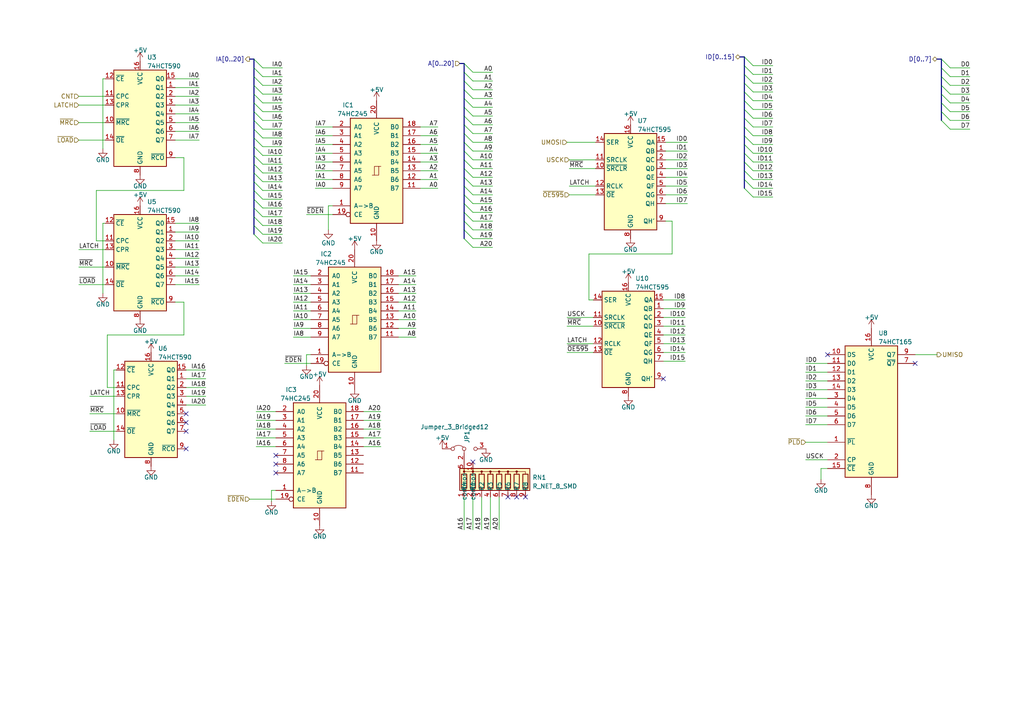
<source format=kicad_sch>
(kicad_sch (version 20211123) (generator eeschema)
  (paper "A4")
  (title_block (date "2023-02-03") (rev "v2.0") (company "100% Offner") (comment 1 "v2.0: Redesign with SRAM for Address Select"))
  (lib_symbols
    (symbol "+5V_11" (power) (pin_names (offset 0))
      (property "Value" "+5V_11" (at 0 3.556 0))
      (symbol "+5V_11_0_1"
        (polyline (pts (xy -0.762 1.27) (xy 0 2.54)))
        (polyline (pts (xy 0 0) (xy 0 2.54)))
        (polyline (pts (xy 0 2.54) (xy 0.762 1.27)))
      )
      (symbol "+5V_11_1_1"
        (pin power_in line (at 0 0 90) (length 0) hide (name "+5V") (number "1"))
      )
    )
    (symbol "+5V_12" (power) (pin_names (offset 0))
      (property "Value" "+5V_12" (at 0 3.556 0))
      (symbol "+5V_12_0_1"
        (polyline (pts (xy -0.762 1.27) (xy 0 2.54)))
        (polyline (pts (xy 0 0) (xy 0 2.54)))
        (polyline (pts (xy 0 2.54) (xy 0.762 1.27)))
      )
      (symbol "+5V_12_1_1"
        (pin power_in line (at 0 0 90) (length 0) hide (name "+5V") (number "1"))
      )
    )
    (symbol "74xx:74HC165"
      (property "Reference" "U" (at -7.62 19.05 0))
      (property "Value" "74HC165" (at -7.62 -21.59 0))
      (symbol "74HC165_1_0"
        (pin input line (at -12.7 -10.16 0) (length 5.08) (name "~{PL}") (number "1"))
        (pin input line (at -12.7 15.24 0) (length 5.08) (name "DS") (number "10"))
        (pin input line (at -12.7 12.7 0) (length 5.08) (name "D0") (number "11"))
        (pin input line (at -12.7 10.16 0) (length 5.08) (name "D1") (number "12"))
        (pin input line (at -12.7 7.62 0) (length 5.08) (name "D2") (number "13"))
        (pin input line (at -12.7 5.08 0) (length 5.08) (name "D3") (number "14"))
        (pin input line (at -12.7 -17.78 0) (length 5.08) (name "~{CE}") (number "15"))
        (pin power_in line (at 0 22.86 270) (length 5.08) (name "VCC") (number "16"))
        (pin input line (at -12.7 -15.24 0) (length 5.08) (name "CP") (number "2"))
        (pin input line (at -12.7 2.54 0) (length 5.08) (name "D4") (number "3"))
        (pin input line (at -12.7 0 0) (length 5.08) (name "D5") (number "4"))
        (pin input line (at -12.7 -2.54 0) (length 5.08) (name "D6") (number "5"))
        (pin input line (at -12.7 -5.08 0) (length 5.08) (name "D7") (number "6"))
        (pin output line (at 12.7 12.7 180) (length 5.08) (name "~{Q7}") (number "7"))
        (pin power_in line (at 0 -25.4 90) (length 5.08) (name "GND") (number "8"))
        (pin output line (at 12.7 15.24 180) (length 5.08) (name "Q7") (number "9"))
      )
      (symbol "74HC165_1_1"
        (rectangle (start -7.62 17.78) (end 7.62 -20.32) (stroke (width 0.254)) (fill (type background)))
      )
    )
    (symbol "74xx:74HC595"
      (property "Reference" "U" (at -7.62 13.97 0))
      (property "Value" "74HC595" (at -7.62 -16.51 0))
      (symbol "74HC595_1_0"
        (pin tri_state line (at 10.16 7.62 180) (length 2.54) (name "QB") (number "1"))
        (pin input line (at -10.16 2.54 0) (length 2.54) (name "~{SRCLR}") (number "10"))
        (pin input line (at -10.16 5.08 0) (length 2.54) (name "SRCLK") (number "11"))
        (pin input line (at -10.16 -2.54 0) (length 2.54) (name "RCLK") (number "12"))
        (pin input line (at -10.16 -5.08 0) (length 2.54) (name "~{OE}") (number "13"))
        (pin input line (at -10.16 10.16 0) (length 2.54) (name "SER") (number "14"))
        (pin tri_state line (at 10.16 10.16 180) (length 2.54) (name "QA") (number "15"))
        (pin power_in line (at 0 15.24 270) (length 2.54) (name "VCC") (number "16"))
        (pin tri_state line (at 10.16 5.08 180) (length 2.54) (name "QC") (number "2"))
        (pin tri_state line (at 10.16 2.54 180) (length 2.54) (name "QD") (number "3"))
        (pin tri_state line (at 10.16 0 180) (length 2.54) (name "QE") (number "4"))
        (pin tri_state line (at 10.16 -2.54 180) (length 2.54) (name "QF") (number "5"))
        (pin tri_state line (at 10.16 -5.08 180) (length 2.54) (name "QG") (number "6"))
        (pin tri_state line (at 10.16 -7.62 180) (length 2.54) (name "QH") (number "7"))
        (pin power_in line (at 0 -17.78 90) (length 2.54) (name "GND") (number "8"))
        (pin output line (at 10.16 -12.7 180) (length 2.54) (name "QH'") (number "9"))
      )
      (symbol "74HC595_1_1"
        (rectangle (start -7.62 12.7) (end 7.62 -15.24) (stroke (width 0.254)) (fill (type background)))
      )
    )
    (symbol "74xx:74LS245" (pin_names (offset 1.016))
      (property "Reference" "U" (at -7.62 16.51 0))
      (property "Value" "74LS245" (at -7.62 -16.51 0))
      (symbol "74LS245_1_0"
        (polyline (pts (xy -0.635 -1.27) (xy -0.635 1.27) (xy 0.635 1.27)))
        (polyline (pts (xy -1.27 -1.27) (xy 0.635 -1.27) (xy 0.635 1.27) (xy 1.27 1.27)))
        (pin input line (at -12.7 -10.16 0) (length 5.08) (name "A->B") (number "1"))
        (pin power_in line (at 0 -20.32 90) (length 5.08) (name "GND") (number "10"))
        (pin tri_state line (at 12.7 -5.08 180) (length 5.08) (name "B7") (number "11"))
        (pin tri_state line (at 12.7 -2.54 180) (length 5.08) (name "B6") (number "12"))
        (pin tri_state line (at 12.7 0 180) (length 5.08) (name "B5") (number "13"))
        (pin tri_state line (at 12.7 2.54 180) (length 5.08) (name "B4") (number "14"))
        (pin tri_state line (at 12.7 5.08 180) (length 5.08) (name "B3") (number "15"))
        (pin tri_state line (at 12.7 7.62 180) (length 5.08) (name "B2") (number "16"))
        (pin tri_state line (at 12.7 10.16 180) (length 5.08) (name "B1") (number "17"))
        (pin tri_state line (at 12.7 12.7 180) (length 5.08) (name "B0") (number "18"))
        (pin input inverted (at -12.7 -12.7 0) (length 5.08) (name "CE") (number "19"))
        (pin tri_state line (at -12.7 12.7 0) (length 5.08) (name "A0") (number "2"))
        (pin power_in line (at 0 20.32 270) (length 5.08) (name "VCC") (number "20"))
        (pin tri_state line (at -12.7 10.16 0) (length 5.08) (name "A1") (number "3"))
        (pin tri_state line (at -12.7 7.62 0) (length 5.08) (name "A2") (number "4"))
        (pin tri_state line (at -12.7 5.08 0) (length 5.08) (name "A3") (number "5"))
        (pin tri_state line (at -12.7 2.54 0) (length 5.08) (name "A4") (number "6"))
        (pin tri_state line (at -12.7 0 0) (length 5.08) (name "A5") (number "7"))
        (pin tri_state line (at -12.7 -2.54 0) (length 5.08) (name "A6") (number "8"))
        (pin tri_state line (at -12.7 -5.08 0) (length 5.08) (name "A7") (number "9"))
      )
      (symbol "74LS245_1_1"
        (rectangle (start -7.62 15.24) (end 7.62 -15.24) (stroke (width 0.254)) (fill (type background)))
      )
    )
    (symbol "74xx:74LS590"
      (property "Reference" "U" (at -7.62 16.51 0))
      (property "Value" "74LS590" (at -7.62 -13.97 0))
      (symbol "74LS590_1_0"
        (pin tri_state line (at 10.16 10.16 180) (length 2.54) (name "Q1") (number "1"))
        (pin input line (at -10.16 0 0) (length 2.54) (name "~{MRC}") (number "10"))
        (pin input line (at -10.16 7.62 0) (length 2.54) (name "CPC") (number "11"))
        (pin input line (at -10.16 12.7 0) (length 2.54) (name "~{CE}") (number "12"))
        (pin input line (at -10.16 5.08 0) (length 2.54) (name "CPR") (number "13"))
        (pin input line (at -10.16 -5.08 0) (length 2.54) (name "~{OE}") (number "14"))
        (pin tri_state line (at 10.16 12.7 180) (length 2.54) (name "Q0") (number "15"))
        (pin power_in line (at 0 17.78 270) (length 2.54) (name "VCC") (number "16"))
        (pin tri_state line (at 10.16 7.62 180) (length 2.54) (name "Q2") (number "2"))
        (pin tri_state line (at 10.16 5.08 180) (length 2.54) (name "Q3") (number "3"))
        (pin tri_state line (at 10.16 2.54 180) (length 2.54) (name "Q4") (number "4"))
        (pin tri_state line (at 10.16 0 180) (length 2.54) (name "Q5") (number "5"))
        (pin tri_state line (at 10.16 -2.54 180) (length 2.54) (name "Q6") (number "6"))
        (pin tri_state line (at 10.16 -5.08 180) (length 2.54) (name "Q7") (number "7"))
        (pin power_in line (at 0 -15.24 90) (length 2.54) (name "GND") (number "8"))
        (pin output line (at 10.16 -10.16 180) (length 2.54) (name "~{RCO}") (number "9"))
      )
      (symbol "74LS590_1_1"
        (rectangle (start -7.62 15.24) (end 7.62 -12.7) (stroke (width 0.254)) (fill (type background)))
      )
    )
    (symbol "GND_19" (power) (pin_names (offset 0))
      (property "Value" "GND_19" (at 0 -3.81 0))
      (symbol "GND_19_0_1"
        (polyline (pts (xy 0 0) (xy 0 -1.27) (xy 1.27 -1.27) (xy 0 -2.54) (xy -1.27 -1.27) (xy 0 -1.27)))
      )
      (symbol "GND_19_1_1"
        (pin power_in line (at 0 0 270) (length 0) hide (name "GND") (number "1"))
      )
    )
    (symbol "GND_20" (power) (pin_names (offset 0))
      (property "Value" "GND_20" (at 0 -3.81 0))
      (symbol "GND_20_0_1"
        (polyline (pts (xy 0 0) (xy 0 -1.27) (xy 1.27 -1.27) (xy 0 -2.54) (xy -1.27 -1.27) (xy 0 -1.27)))
      )
      (symbol "GND_20_1_1"
        (pin power_in line (at 0 0 270) (length 0) hide (name "GND") (number "1"))
      )
    )
    (symbol "GND_7" (power) (pin_names (offset 0))
      (property "Value" "GND_7" (at 0 -3.81 0))
      (symbol "GND_7_0_1"
        (polyline (pts (xy 0 0) (xy 0 -1.27) (xy 1.27 -1.27) (xy 0 -2.54) (xy -1.27 -1.27) (xy 0 -1.27)))
      )
      (symbol "GND_7_1_1"
        (pin power_in line (at 0 0 270) (length 0) hide (name "GND") (number "1"))
      )
    )
    (symbol "Jumper:Jumper_3_Bridged12" (pin_names (offset 0) hide)
      (property "Reference" "JP" (at -2.54 -2.54 0))
      (property "Value" "Jumper_3_Bridged12" (at 0 2.794 0))
      (symbol "Jumper_3_Bridged12_0_0"
        (circle (center -3.302 0) (radius 0.508))
        (circle (center 0 0) (radius 0.508))
        (circle (center 3.302 0) (radius 0.508))
      )
      (symbol "Jumper_3_Bridged12_0_1"
        (arc (start -0.254 0.508) (mid -1.651 0.9912) (end -3.048 0.508))
        (polyline (pts (xy 0 -1.27) (xy 0 -0.508)))
      )
      (symbol "Jumper_3_Bridged12_1_1"
        (pin passive line (at -6.35 0 0) (length 2.54) (name "A") (number "1"))
        (pin passive line (at 0 -3.81 90) (length 2.54) (name "C") (number "2"))
        (pin passive line (at 6.35 0 180) (length 2.54) (name "B") (number "3"))
      )
    )
    (symbol "my_ics_new:R_NET_8_SMD"
      (property "Reference" "RN" (at -10.16 27.94 0))
      (property "Value" "R_NET_8_SMD" (at -7.62 25.4 0))
      (symbol "R_NET_8_SMD_0_1"
        (polyline (pts (xy 7.62 10.795) (xy 7.62 9.525)))
        (polyline (pts (xy 10.16 10.795) (xy 10.16 9.525)))
        (polyline (pts (xy 12.7 10.795) (xy 12.7 9.525)))
        (polyline (pts (xy 15.24 10.795) (xy 15.24 9.525)))
        (polyline (pts (xy 17.78 10.795) (xy 17.78 9.525)))
        (polyline (pts (xy 20.32 10.795) (xy 20.32 9.525)))
        (polyline (pts (xy 22.86 10.795) (xy 22.86 9.525)))
        (polyline (pts (xy 25.4 10.795) (xy 25.4 9.525)))
        (polyline (pts (xy 7.62 14.859) (xy 7.62 15.621) (xy 10.16 15.621) (xy 10.16 14.859)))
        (polyline (pts (xy 10.16 14.859) (xy 10.16 15.621) (xy 12.7 15.621) (xy 12.7 14.859)))
        (polyline (pts (xy 12.7 14.859) (xy 12.7 15.621) (xy 15.24 15.621) (xy 15.24 14.859)))
        (polyline (pts (xy 15.24 14.859) (xy 15.24 15.621) (xy 17.78 15.621) (xy 17.78 14.859)))
        (polyline (pts (xy 17.78 14.859) (xy 17.78 15.621) (xy 20.32 15.621) (xy 20.32 14.859)))
        (polyline (pts (xy 20.32 14.859) (xy 20.32 15.621) (xy 22.86 15.621) (xy 22.86 14.859)))
        (polyline (pts (xy 22.86 14.859) (xy 22.86 15.621) (xy 25.4 15.621) (xy 25.4 14.859)))
        (rectangle (start 6.35 10.16) (end 26.67 16.51) (stroke (width 0.254)) (fill (type background)))
        (rectangle (start 6.858 14.859) (end 8.382 10.795) (stroke (width 0.254)))
        (circle (center 7.62 15.621) (radius 0.254) (fill (type outline)))
        (rectangle (start 9.398 14.859) (end 10.922 10.795) (stroke (width 0.254)))
        (circle (center 10.16 15.621) (radius 0.254) (fill (type outline)))
        (rectangle (start 11.938 14.859) (end 13.462 10.795) (stroke (width 0.254)))
        (circle (center 12.7 15.621) (radius 0.254) (fill (type outline)))
        (rectangle (start 14.478 14.859) (end 16.002 10.795) (stroke (width 0.254)))
        (circle (center 15.24 15.621) (radius 0.254) (fill (type outline)))
        (rectangle (start 17.018 14.859) (end 18.542 10.795) (stroke (width 0.254)))
        (circle (center 17.78 15.621) (radius 0.254) (fill (type outline)))
        (rectangle (start 19.558 14.859) (end 21.082 10.795) (stroke (width 0.254)))
        (circle (center 20.32 15.621) (radius 0.254) (fill (type outline)))
        (rectangle (start 22.098 14.859) (end 23.622 10.795) (stroke (width 0.254)))
        (circle (center 22.86 15.621) (radius 0.254) (fill (type outline)))
        (rectangle (start 24.638 14.859) (end 26.162 10.795) (stroke (width 0.254)))
      )
      (symbol "R_NET_8_SMD_1_1"
        (pin passive line (at 7.62 8.255 90) (length 1.27) (name "R4") (number "1"))
        (pin passive line (at 10.16 18.415 270) (length 2.54) (name "common") (number "10"))
        (pin passive line (at 10.16 8.255 90) (length 1.27) (name "R1") (number "2"))
        (pin passive line (at 12.7 8.255 90) (length 1.27) (name "R2") (number "3"))
        (pin passive line (at 15.24 8.255 90) (length 1.27) (name "R3") (number "4"))
        (pin passive line (at 7.62 18.415 270) (length 2.54) (name "common") (number "5"))
        (pin passive line (at 17.78 8.255 90) (length 1.27) (name "R5") (number "6"))
        (pin passive line (at 20.32 8.255 90) (length 1.27) (name "R6") (number "7"))
        (pin passive line (at 22.86 8.255 90) (length 1.27) (name "R7") (number "8"))
        (pin passive line (at 25.4 8.255 90) (length 1.27) (name "R8") (number "9"))
      )
    )
  )
  (no_connect (at 192.405 109.855))
  (no_connect (at 147.32 144.145))
  (no_connect (at 137.16 133.985))
  (no_connect (at 152.4 144.145))
  (no_connect (at 265.43 105.41))
  (no_connect (at 53.975 125.095))
  (no_connect (at 53.975 122.555))
  (no_connect (at 80.01 137.16))
  (no_connect (at 240.03 102.87))
  (no_connect (at 53.975 130.175))
  (no_connect (at 53.975 120.015))
  (no_connect (at 80.01 132.08))
  (no_connect (at 149.86 144.145))
  (no_connect (at 80.01 134.62))
  (bus_entry (at 215.9 21.59) (size 2.54 2.54))
  (bus_entry (at 273.05 29.845) (size 2.54 2.54))
  (bus_entry (at 215.9 29.21) (size 2.54 2.54))
  (bus_entry (at 134.62 43.815) (size 2.54 2.54))
  (bus_entry (at 134.62 56.515) (size 2.54 2.54))
  (bus_entry (at 134.62 59.055) (size 2.54 2.54))
  (bus_entry (at 273.05 19.685) (size 2.54 2.54))
  (bus_entry (at 73.66 52.705) (size 2.54 2.54))
  (bus_entry (at 215.9 26.67) (size 2.54 2.54))
  (bus_entry (at 73.66 40.005) (size 2.54 2.54))
  (bus_entry (at 134.62 48.895) (size 2.54 2.54))
  (bus_entry (at 215.9 52.07) (size 2.54 2.54))
  (bus_entry (at 134.62 66.675) (size 2.54 2.54))
  (bus_entry (at 134.62 18.415) (size 2.54 2.54))
  (bus_entry (at 215.9 31.75) (size 2.54 2.54))
  (bus_entry (at 134.62 26.035) (size 2.54 2.54))
  (bus_entry (at 215.9 24.13) (size 2.54 2.54))
  (bus_entry (at 73.66 22.225) (size 2.54 2.54))
  (bus_entry (at 73.66 57.785) (size 2.54 2.54))
  (bus_entry (at 73.66 19.685) (size 2.54 2.54))
  (bus_entry (at 73.66 55.245) (size 2.54 2.54))
  (bus_entry (at 273.05 27.305) (size 2.54 2.54))
  (bus_entry (at 215.9 54.61) (size 2.54 2.54))
  (bus_entry (at 215.9 16.51) (size 2.54 2.54))
  (bus_entry (at 134.62 46.355) (size 2.54 2.54))
  (bus_entry (at 215.9 34.29) (size 2.54 2.54))
  (bus_entry (at 73.66 65.405) (size 2.54 2.54))
  (bus_entry (at 73.66 50.165) (size 2.54 2.54))
  (bus_entry (at 134.62 64.135) (size 2.54 2.54))
  (bus_entry (at 73.66 60.325) (size 2.54 2.54))
  (bus_entry (at 215.9 46.99) (size 2.54 2.54))
  (bus_entry (at 73.66 24.765) (size 2.54 2.54))
  (bus_entry (at 134.62 28.575) (size 2.54 2.54))
  (bus_entry (at 73.66 34.925) (size 2.54 2.54))
  (bus_entry (at 134.62 41.275) (size 2.54 2.54))
  (bus_entry (at 73.66 47.625) (size 2.54 2.54))
  (bus_entry (at 73.66 42.545) (size 2.54 2.54))
  (bus_entry (at 134.62 61.595) (size 2.54 2.54))
  (bus_entry (at 73.66 37.465) (size 2.54 2.54))
  (bus_entry (at 134.62 53.975) (size 2.54 2.54))
  (bus_entry (at 73.66 45.085) (size 2.54 2.54))
  (bus_entry (at 134.62 33.655) (size 2.54 2.54))
  (bus_entry (at 215.9 41.91) (size 2.54 2.54))
  (bus_entry (at 134.62 38.735) (size 2.54 2.54))
  (bus_entry (at 215.9 19.05) (size 2.54 2.54))
  (bus_entry (at 273.05 24.765) (size 2.54 2.54))
  (bus_entry (at 73.66 67.945) (size 2.54 2.54))
  (bus_entry (at 73.66 27.305) (size 2.54 2.54))
  (bus_entry (at 134.62 31.115) (size 2.54 2.54))
  (bus_entry (at 134.62 51.435) (size 2.54 2.54))
  (bus_entry (at 215.9 44.45) (size 2.54 2.54))
  (bus_entry (at 73.66 29.845) (size 2.54 2.54))
  (bus_entry (at 273.05 22.225) (size 2.54 2.54))
  (bus_entry (at 134.62 23.495) (size 2.54 2.54))
  (bus_entry (at 73.66 62.865) (size 2.54 2.54))
  (bus_entry (at 273.05 17.145) (size 2.54 2.54))
  (bus_entry (at 215.9 36.83) (size 2.54 2.54))
  (bus_entry (at 134.62 69.215) (size 2.54 2.54))
  (bus_entry (at 73.66 17.145) (size 2.54 2.54))
  (bus_entry (at 215.9 39.37) (size 2.54 2.54))
  (bus_entry (at 73.66 32.385) (size 2.54 2.54))
  (bus_entry (at 273.05 34.925) (size 2.54 2.54))
  (bus_entry (at 134.62 36.195) (size 2.54 2.54))
  (bus_entry (at 134.62 20.955) (size 2.54 2.54))
  (bus_entry (at 215.9 49.53) (size 2.54 2.54))
  (bus_entry (at 273.05 32.385) (size 2.54 2.54))
  (wire (pts (xy 137.16 48.895) (xy 142.875 48.895)))
  (bus (pts (xy 134.62 56.515) (xy 134.62 59.055)))
  (wire (pts (xy 22.86 35.56) (xy 30.48 35.56)))
  (wire (pts (xy 53.34 45.72) (xy 53.34 55.245)))
  (wire (pts (xy 137.16 66.675) (xy 142.875 66.675)))
  (wire (pts (xy 80.01 142.24) (xy 78.74 142.24)))
  (bus (pts (xy 215.9 31.75) (xy 215.9 34.29)))
  (wire (pts (xy 137.16 23.495) (xy 142.875 23.495)))
  (bus (pts (xy 73.66 29.845) (xy 73.66 32.385)))
  (wire (pts (xy 194.945 64.135) (xy 194.945 73.66)))
  (wire (pts (xy 275.59 22.225) (xy 281.305 22.225)))
  (wire (pts (xy 96.52 59.69) (xy 95.25 59.69)))
  (wire (pts (xy 50.8 87.63) (xy 53.34 87.63)))
  (wire (pts (xy 137.16 43.815) (xy 142.875 43.815)))
  (wire (pts (xy 198.755 102.235) (xy 192.405 102.235)))
  (wire (pts (xy 105.41 121.92) (xy 110.49 121.92)))
  (bus (pts (xy 73.66 55.245) (xy 73.66 57.785)))
  (wire (pts (xy 76.2 24.765) (xy 81.915 24.765)))
  (wire (pts (xy 76.2 62.865) (xy 81.915 62.865)))
  (wire (pts (xy 31.115 97.155) (xy 31.115 112.395)))
  (wire (pts (xy 218.44 57.15) (xy 224.155 57.15)))
  (wire (pts (xy 26.035 120.015) (xy 33.655 120.015)))
  (bus (pts (xy 73.66 24.765) (xy 73.66 27.305)))
  (wire (pts (xy 134.62 144.145) (xy 134.62 153.67)))
  (wire (pts (xy 121.92 41.91) (xy 127 41.91)))
  (bus (pts (xy 134.62 48.895) (xy 134.62 51.435)))
  (wire (pts (xy 91.44 52.07) (xy 96.52 52.07)))
  (wire (pts (xy 27.94 69.85) (xy 30.48 69.85)))
  (wire (pts (xy 76.2 34.925) (xy 81.915 34.925)))
  (wire (pts (xy 26.035 114.935) (xy 33.655 114.935)))
  (wire (pts (xy 137.16 61.595) (xy 142.875 61.595)))
  (wire (pts (xy 199.39 56.515) (xy 193.04 56.515)))
  (wire (pts (xy 80.01 119.38) (xy 74.295 119.38)))
  (bus (pts (xy 215.9 21.59) (xy 215.9 24.13)))
  (wire (pts (xy 275.59 29.845) (xy 281.305 29.845)))
  (wire (pts (xy 275.59 32.385) (xy 281.305 32.385)))
  (bus (pts (xy 273.05 24.765) (xy 273.05 27.305)))
  (wire (pts (xy 198.755 104.775) (xy 192.405 104.775)))
  (wire (pts (xy 91.44 54.61) (xy 96.52 54.61)))
  (wire (pts (xy 50.8 77.47) (xy 57.785 77.47)))
  (wire (pts (xy 50.8 38.1) (xy 57.785 38.1)))
  (wire (pts (xy 115.57 95.25) (xy 120.65 95.25)))
  (bus (pts (xy 134.62 26.035) (xy 134.62 28.575)))
  (wire (pts (xy 50.8 27.94) (xy 57.785 27.94)))
  (wire (pts (xy 76.2 40.005) (xy 81.915 40.005)))
  (wire (pts (xy 105.41 127) (xy 110.49 127)))
  (wire (pts (xy 72.39 144.78) (xy 80.01 144.78)))
  (wire (pts (xy 53.975 112.395) (xy 59.69 112.395)))
  (bus (pts (xy 134.62 53.975) (xy 134.62 56.515)))
  (bus (pts (xy 215.9 44.45) (xy 215.9 46.99)))
  (bus (pts (xy 134.62 59.055) (xy 134.62 61.595)))
  (wire (pts (xy 50.8 74.93) (xy 57.785 74.93)))
  (wire (pts (xy 137.16 51.435) (xy 142.875 51.435)))
  (wire (pts (xy 50.8 45.72) (xy 53.34 45.72)))
  (bus (pts (xy 134.62 61.595) (xy 134.62 64.135)))
  (wire (pts (xy 137.16 71.755) (xy 142.875 71.755)))
  (wire (pts (xy 85.09 80.01) (xy 90.17 80.01)))
  (bus (pts (xy 214.63 16.51) (xy 215.9 16.51)))
  (wire (pts (xy 115.57 97.79) (xy 120.65 97.79)))
  (wire (pts (xy 22.86 30.48) (xy 30.48 30.48)))
  (bus (pts (xy 134.62 38.735) (xy 134.62 41.275)))
  (wire (pts (xy 275.59 27.305) (xy 281.305 27.305)))
  (wire (pts (xy 76.2 47.625) (xy 81.915 47.625)))
  (wire (pts (xy 218.44 39.37) (xy 224.155 39.37)))
  (wire (pts (xy 76.2 67.945) (xy 81.915 67.945)))
  (wire (pts (xy 76.2 52.705) (xy 81.915 52.705)))
  (bus (pts (xy 73.66 57.785) (xy 73.66 60.325)))
  (wire (pts (xy 76.2 45.085) (xy 81.915 45.085)))
  (bus (pts (xy 72.39 17.145) (xy 73.66 17.145)))
  (bus (pts (xy 73.66 65.405) (xy 73.66 67.945)))
  (bus (pts (xy 215.9 29.21) (xy 215.9 31.75)))
  (bus (pts (xy 273.05 22.225) (xy 273.05 24.765)))
  (wire (pts (xy 142.24 144.145) (xy 142.24 153.67)))
  (wire (pts (xy 33.02 107.315) (xy 33.655 107.315)))
  (wire (pts (xy 80.01 121.92) (xy 74.295 121.92)))
  (bus (pts (xy 73.66 60.325) (xy 73.66 62.865)))
  (bus (pts (xy 134.62 64.135) (xy 134.62 66.675)))
  (wire (pts (xy 218.44 36.83) (xy 224.155 36.83)))
  (wire (pts (xy 137.16 59.055) (xy 142.875 59.055)))
  (wire (pts (xy 137.16 69.215) (xy 142.875 69.215)))
  (wire (pts (xy 115.57 82.55) (xy 120.65 82.55)))
  (bus (pts (xy 134.62 23.495) (xy 134.62 26.035)))
  (wire (pts (xy 85.09 97.79) (xy 90.17 97.79)))
  (wire (pts (xy 137.16 20.955) (xy 142.875 20.955)))
  (bus (pts (xy 215.9 46.99) (xy 215.9 49.53)))
  (wire (pts (xy 53.34 87.63) (xy 53.34 97.155)))
  (wire (pts (xy 50.8 67.31) (xy 57.785 67.31)))
  (wire (pts (xy 275.59 24.765) (xy 281.305 24.765)))
  (wire (pts (xy 199.39 41.275) (xy 193.04 41.275)))
  (wire (pts (xy 105.41 129.54) (xy 110.49 129.54)))
  (wire (pts (xy 76.2 60.325) (xy 81.915 60.325)))
  (bus (pts (xy 215.9 52.07) (xy 215.9 54.61)))
  (wire (pts (xy 218.44 26.67) (xy 224.155 26.67)))
  (wire (pts (xy 76.2 29.845) (xy 81.915 29.845)))
  (wire (pts (xy 91.44 39.37) (xy 96.52 39.37)))
  (bus (pts (xy 215.9 16.51) (xy 215.9 19.05)))
  (wire (pts (xy 82.55 105.41) (xy 90.17 105.41)))
  (wire (pts (xy 275.59 37.465) (xy 281.305 37.465)))
  (wire (pts (xy 76.2 37.465) (xy 81.915 37.465)))
  (wire (pts (xy 198.755 99.695) (xy 192.405 99.695)))
  (wire (pts (xy 198.755 97.155) (xy 192.405 97.155)))
  (wire (pts (xy 199.39 46.355) (xy 193.04 46.355)))
  (wire (pts (xy 170.815 73.66) (xy 170.815 86.995)))
  (wire (pts (xy 121.92 36.83) (xy 127 36.83)))
  (wire (pts (xy 137.16 36.195) (xy 142.875 36.195)))
  (bus (pts (xy 215.9 24.13) (xy 215.9 26.67)))
  (wire (pts (xy 164.465 92.075) (xy 172.085 92.075)))
  (wire (pts (xy 76.2 32.385) (xy 81.915 32.385)))
  (bus (pts (xy 73.66 37.465) (xy 73.66 40.005)))
  (wire (pts (xy 199.39 59.055) (xy 193.04 59.055)))
  (wire (pts (xy 275.59 34.925) (xy 281.305 34.925)))
  (wire (pts (xy 85.09 92.71) (xy 90.17 92.71)))
  (bus (pts (xy 73.66 52.705) (xy 73.66 55.245)))
  (bus (pts (xy 134.62 41.275) (xy 134.62 43.815)))
  (wire (pts (xy 50.8 30.48) (xy 57.785 30.48)))
  (wire (pts (xy 91.44 49.53) (xy 96.52 49.53)))
  (wire (pts (xy 218.44 54.61) (xy 224.155 54.61)))
  (wire (pts (xy 27.94 55.245) (xy 27.94 69.85)))
  (wire (pts (xy 76.2 42.545) (xy 81.915 42.545)))
  (wire (pts (xy 76.2 50.165) (xy 81.915 50.165)))
  (wire (pts (xy 76.2 55.245) (xy 81.915 55.245)))
  (wire (pts (xy 218.44 44.45) (xy 224.155 44.45)))
  (wire (pts (xy 50.8 33.02) (xy 57.785 33.02)))
  (wire (pts (xy 22.86 72.39) (xy 30.48 72.39)))
  (wire (pts (xy 53.34 97.155) (xy 31.115 97.155)))
  (bus (pts (xy 134.62 36.195) (xy 134.62 38.735)))
  (wire (pts (xy 198.755 94.615) (xy 192.405 94.615)))
  (wire (pts (xy 105.41 124.46) (xy 110.49 124.46)))
  (wire (pts (xy 137.16 64.135) (xy 142.875 64.135)))
  (wire (pts (xy 164.465 41.275) (xy 172.72 41.275)))
  (wire (pts (xy 198.755 86.995) (xy 192.405 86.995)))
  (bus (pts (xy 73.66 34.925) (xy 73.66 37.465)))
  (wire (pts (xy 233.68 105.41) (xy 240.03 105.41)))
  (wire (pts (xy 88.9 102.87) (xy 88.9 106.045)))
  (wire (pts (xy 85.09 90.17) (xy 90.17 90.17)))
  (wire (pts (xy 218.44 49.53) (xy 224.155 49.53)))
  (wire (pts (xy 121.92 49.53) (xy 127 49.53)))
  (bus (pts (xy 73.66 19.685) (xy 73.66 22.225)))
  (wire (pts (xy 121.92 39.37) (xy 127 39.37)))
  (wire (pts (xy 233.68 113.03) (xy 240.03 113.03)))
  (wire (pts (xy 53.975 109.855) (xy 59.69 109.855)))
  (wire (pts (xy 22.86 40.64) (xy 30.48 40.64)))
  (wire (pts (xy 199.39 48.895) (xy 193.04 48.895)))
  (wire (pts (xy 218.44 29.21) (xy 224.155 29.21)))
  (wire (pts (xy 137.16 41.275) (xy 142.875 41.275)))
  (wire (pts (xy 199.39 43.815) (xy 193.04 43.815)))
  (bus (pts (xy 134.62 20.955) (xy 134.62 23.495)))
  (bus (pts (xy 134.62 31.115) (xy 134.62 33.655)))
  (wire (pts (xy 50.8 40.64) (xy 57.785 40.64)))
  (wire (pts (xy 139.7 144.145) (xy 139.7 153.67)))
  (wire (pts (xy 233.68 107.95) (xy 240.03 107.95)))
  (wire (pts (xy 115.57 85.09) (xy 120.65 85.09)))
  (wire (pts (xy 85.09 87.63) (xy 90.17 87.63)))
  (bus (pts (xy 134.62 43.815) (xy 134.62 46.355)))
  (bus (pts (xy 273.05 17.145) (xy 273.05 19.685)))
  (bus (pts (xy 73.66 47.625) (xy 73.66 50.165)))
  (wire (pts (xy 218.44 52.07) (xy 224.155 52.07)))
  (wire (pts (xy 164.465 94.615) (xy 172.085 94.615)))
  (wire (pts (xy 91.44 44.45) (xy 96.52 44.45)))
  (wire (pts (xy 26.035 125.095) (xy 33.655 125.095)))
  (wire (pts (xy 193.04 64.135) (xy 194.945 64.135)))
  (wire (pts (xy 50.8 72.39) (xy 57.785 72.39)))
  (wire (pts (xy 218.44 31.75) (xy 224.155 31.75)))
  (wire (pts (xy 218.44 46.99) (xy 224.155 46.99)))
  (wire (pts (xy 53.975 117.475) (xy 59.69 117.475)))
  (bus (pts (xy 133.35 18.415) (xy 134.62 18.415)))
  (wire (pts (xy 29.845 64.77) (xy 30.48 64.77)))
  (bus (pts (xy 73.66 40.005) (xy 73.66 42.545)))
  (wire (pts (xy 50.8 64.77) (xy 57.785 64.77)))
  (bus (pts (xy 73.66 42.545) (xy 73.66 45.085)))
  (wire (pts (xy 233.68 128.27) (xy 240.03 128.27)))
  (wire (pts (xy 22.86 77.47) (xy 30.48 77.47)))
  (wire (pts (xy 164.465 102.235) (xy 172.085 102.235)))
  (wire (pts (xy 137.16 31.115) (xy 142.875 31.115)))
  (wire (pts (xy 137.16 33.655) (xy 142.875 33.655)))
  (bus (pts (xy 73.66 17.145) (xy 73.66 19.685)))
  (wire (pts (xy 85.09 95.25) (xy 90.17 95.25)))
  (wire (pts (xy 194.945 73.66) (xy 170.815 73.66)))
  (wire (pts (xy 74.295 129.54) (xy 80.01 129.54)))
  (wire (pts (xy 74.295 127) (xy 80.01 127)))
  (wire (pts (xy 78.74 142.24) (xy 78.74 145.415)))
  (wire (pts (xy 22.86 82.55) (xy 30.48 82.55)))
  (wire (pts (xy 50.8 69.85) (xy 57.785 69.85)))
  (wire (pts (xy 121.92 54.61) (xy 127 54.61)))
  (wire (pts (xy 165.1 56.515) (xy 172.72 56.515)))
  (bus (pts (xy 273.05 32.385) (xy 273.05 34.925)))
  (bus (pts (xy 73.66 50.165) (xy 73.66 52.705)))
  (wire (pts (xy 115.57 80.01) (xy 120.65 80.01)))
  (bus (pts (xy 215.9 26.67) (xy 215.9 29.21)))
  (wire (pts (xy 137.16 46.355) (xy 142.875 46.355)))
  (wire (pts (xy 137.16 28.575) (xy 142.875 28.575)))
  (wire (pts (xy 137.16 38.735) (xy 142.875 38.735)))
  (wire (pts (xy 137.16 26.035) (xy 142.875 26.035)))
  (bus (pts (xy 273.05 27.305) (xy 273.05 29.845)))
  (wire (pts (xy 121.92 46.99) (xy 127 46.99)))
  (wire (pts (xy 76.2 27.305) (xy 81.915 27.305)))
  (bus (pts (xy 134.62 18.415) (xy 134.62 20.955)))
  (wire (pts (xy 233.68 110.49) (xy 240.03 110.49)))
  (bus (pts (xy 73.66 22.225) (xy 73.66 24.765)))
  (wire (pts (xy 275.59 19.685) (xy 281.305 19.685)))
  (wire (pts (xy 238.125 135.89) (xy 238.125 139.065)))
  (wire (pts (xy 50.8 80.01) (xy 57.785 80.01)))
  (wire (pts (xy 85.09 82.55) (xy 90.17 82.55)))
  (wire (pts (xy 233.68 133.35) (xy 240.03 133.35)))
  (wire (pts (xy 53.975 114.935) (xy 59.69 114.935)))
  (wire (pts (xy 76.2 65.405) (xy 81.915 65.405)))
  (wire (pts (xy 90.17 102.87) (xy 88.9 102.87)))
  (bus (pts (xy 215.9 34.29) (xy 215.9 36.83)))
  (wire (pts (xy 91.44 41.91) (xy 96.52 41.91)))
  (wire (pts (xy 88.9 62.23) (xy 96.52 62.23)))
  (wire (pts (xy 233.68 120.65) (xy 240.03 120.65)))
  (wire (pts (xy 105.41 119.38) (xy 110.49 119.38)))
  (wire (pts (xy 76.2 19.685) (xy 81.915 19.685)))
  (wire (pts (xy 91.44 46.99) (xy 96.52 46.99)))
  (wire (pts (xy 29.845 22.86) (xy 30.48 22.86)))
  (wire (pts (xy 198.755 92.075) (xy 192.405 92.075)))
  (wire (pts (xy 198.755 89.535) (xy 192.405 89.535)))
  (wire (pts (xy 50.8 25.4) (xy 57.785 25.4)))
  (bus (pts (xy 73.66 45.085) (xy 73.66 47.625)))
  (wire (pts (xy 53.975 107.315) (xy 59.69 107.315)))
  (bus (pts (xy 73.66 62.865) (xy 73.66 65.405)))
  (wire (pts (xy 165.1 48.895) (xy 172.72 48.895)))
  (wire (pts (xy 218.44 21.59) (xy 224.155 21.59)))
  (wire (pts (xy 218.44 41.91) (xy 224.155 41.91)))
  (wire (pts (xy 164.465 99.695) (xy 172.085 99.695)))
  (wire (pts (xy 137.16 144.145) (xy 137.16 153.67)))
  (bus (pts (xy 134.62 33.655) (xy 134.62 36.195)))
  (wire (pts (xy 233.68 115.57) (xy 240.03 115.57)))
  (bus (pts (xy 215.9 41.91) (xy 215.9 44.45)))
  (wire (pts (xy 50.8 35.56) (xy 57.785 35.56)))
  (wire (pts (xy 165.1 46.355) (xy 172.72 46.355)))
  (bus (pts (xy 134.62 51.435) (xy 134.62 53.975)))
  (wire (pts (xy 233.68 118.11) (xy 240.03 118.11)))
  (wire (pts (xy 76.2 70.485) (xy 81.915 70.485)))
  (wire (pts (xy 121.92 44.45) (xy 127 44.45)))
  (bus (pts (xy 215.9 36.83) (xy 215.9 39.37)))
  (wire (pts (xy 95.25 59.69) (xy 95.25 66.675)))
  (wire (pts (xy 85.09 85.09) (xy 90.17 85.09)))
  (wire (pts (xy 53.34 55.245) (xy 27.94 55.245)))
  (bus (pts (xy 134.62 66.675) (xy 134.62 69.215)))
  (bus (pts (xy 134.62 46.355) (xy 134.62 48.895)))
  (wire (pts (xy 137.16 56.515) (xy 142.875 56.515)))
  (wire (pts (xy 29.845 64.77) (xy 29.845 85.09)))
  (bus (pts (xy 134.62 28.575) (xy 134.62 31.115)))
  (wire (pts (xy 233.68 123.19) (xy 240.03 123.19)))
  (bus (pts (xy 273.05 29.845) (xy 273.05 32.385)))
  (wire (pts (xy 199.39 53.975) (xy 193.04 53.975)))
  (wire (pts (xy 115.57 87.63) (xy 120.65 87.63)))
  (wire (pts (xy 80.01 124.46) (xy 74.295 124.46)))
  (wire (pts (xy 29.845 22.86) (xy 29.845 43.18)))
  (bus (pts (xy 215.9 49.53) (xy 215.9 52.07)))
  (bus (pts (xy 215.9 19.05) (xy 215.9 21.59)))
  (wire (pts (xy 199.39 51.435) (xy 193.04 51.435)))
  (wire (pts (xy 165.1 53.975) (xy 172.72 53.975)))
  (bus (pts (xy 73.66 27.305) (xy 73.66 29.845)))
  (bus (pts (xy 215.9 39.37) (xy 215.9 41.91)))
  (wire (pts (xy 218.44 34.29) (xy 224.155 34.29)))
  (wire (pts (xy 218.44 24.13) (xy 224.155 24.13)))
  (wire (pts (xy 240.03 135.89) (xy 238.125 135.89)))
  (wire (pts (xy 31.115 112.395) (xy 33.655 112.395)))
  (wire (pts (xy 218.44 19.05) (xy 224.155 19.05)))
  (wire (pts (xy 144.78 144.145) (xy 144.78 153.67)))
  (wire (pts (xy 91.44 36.83) (xy 96.52 36.83)))
  (bus (pts (xy 73.66 32.385) (xy 73.66 34.925)))
  (wire (pts (xy 265.43 102.87) (xy 271.78 102.87)))
  (wire (pts (xy 115.57 90.17) (xy 120.65 90.17)))
  (wire (pts (xy 115.57 92.71) (xy 120.65 92.71)))
  (wire (pts (xy 170.815 86.995) (xy 172.085 86.995)))
  (wire (pts (xy 121.92 52.07) (xy 127 52.07)))
  (wire (pts (xy 76.2 22.225) (xy 81.915 22.225)))
  (wire (pts (xy 22.86 27.94) (xy 30.48 27.94)))
  (wire (pts (xy 76.2 57.785) (xy 81.915 57.785)))
  (wire (pts (xy 137.16 53.975) (xy 142.875 53.975)))
  (wire (pts (xy 33.02 107.315) (xy 33.02 127.635)))
  (wire (pts (xy 50.8 82.55) (xy 57.785 82.55)))
  (bus (pts (xy 271.78 17.145) (xy 273.05 17.145)))
  (bus (pts (xy 273.05 19.685) (xy 273.05 22.225)))
  (wire (pts (xy 50.8 22.86) (xy 57.785 22.86)))
  (label "IA2" (at 57.785 27.94 180))
  (label "IA6" (at 81.915 34.925 180))
  (label "ID5" (at 224.155 31.75 180))
  (label "A5" (at 127 41.91 180))
  (label "ID9" (at 224.155 41.91 180))
  (label "~{EDEN}" (at 88.9 62.23 0))
  (label "IA14" (at 85.09 82.55 0))
  (label "IA13" (at 81.915 52.705 180))
  (label "A16" (at 142.875 61.595 180))
  (label "LATCH" (at 164.465 99.695 0))
  (label "ID5" (at 199.39 53.975 180))
  (label "IA7" (at 91.44 36.83 0))
  (label "ID1" (at 199.39 43.815 180))
  (label "~{MRC}" (at 165.1 48.895 0))
  (label "A20" (at 144.78 153.67 90))
  (label "IA4" (at 91.44 44.45 0))
  (label "IA11" (at 57.785 72.39 180))
  (label "~{OE595}" (at 164.465 102.235 0))
  (label "D5" (at 281.305 32.385 180))
  (label "A17" (at 142.875 64.135 180))
  (label "A17" (at 110.49 127 180))
  (label "IA1" (at 81.915 22.225 180))
  (label "USCK" (at 233.68 133.35 0))
  (label "IA13" (at 85.09 85.09 0))
  (label "A11" (at 142.875 48.895 180))
  (label "IA12" (at 81.915 50.165 180))
  (label "A17" (at 137.16 153.67 90))
  (label "ID2" (at 233.68 110.49 0))
  (label "D4" (at 281.305 29.845 180))
  (label "A2" (at 142.875 26.035 180))
  (label "ID15" (at 224.155 57.15 180))
  (label "ID13" (at 224.155 52.07 180))
  (label "ID3" (at 233.68 113.03 0))
  (label "~{LOAD}" (at 26.035 125.095 0))
  (label "A10" (at 120.65 92.71 180))
  (label "IA17" (at 59.69 109.855 180))
  (label "A7" (at 127 36.83 180))
  (label "A14" (at 142.875 56.515 180))
  (label "A10" (at 142.875 46.355 180))
  (label "ID2" (at 224.155 24.13 180))
  (label "IA3" (at 57.785 30.48 180))
  (label "IA15" (at 85.09 80.01 0))
  (label "A11" (at 120.65 90.17 180))
  (label "IA20" (at 59.69 117.475 180))
  (label "A18" (at 110.49 124.46 180))
  (label "A1" (at 142.875 23.495 180))
  (label "A3" (at 127 46.99 180))
  (label "IA5" (at 57.785 35.56 180))
  (label "ID3" (at 224.155 26.67 180))
  (label "IA16" (at 74.295 129.54 0))
  (label "A7" (at 142.875 38.735 180))
  (label "ID12" (at 198.755 97.155 180))
  (label "IA7" (at 57.785 40.64 180))
  (label "IA11" (at 81.915 47.625 180))
  (label "IA8" (at 85.09 97.79 0))
  (label "A12" (at 142.875 51.435 180))
  (label "IA9" (at 85.09 95.25 0))
  (label "IA0" (at 81.915 19.685 180))
  (label "IA0" (at 91.44 54.61 0))
  (label "ID1" (at 224.155 21.59 180))
  (label "ID7" (at 199.39 59.055 180))
  (label "IA17" (at 74.295 127 0))
  (label "ID12" (at 224.155 49.53 180))
  (label "IA13" (at 57.785 77.47 180))
  (label "A8" (at 120.65 97.79 180))
  (label "ID13" (at 198.755 99.695 180))
  (label "IA15" (at 81.915 57.785 180))
  (label "A0" (at 127 54.61 180))
  (label "IA11" (at 85.09 90.17 0))
  (label "IA6" (at 57.785 38.1 180))
  (label "A9" (at 142.875 43.815 180))
  (label "IA4" (at 57.785 33.02 180))
  (label "~{EDEN}" (at 82.55 105.41 0))
  (label "ID10" (at 224.155 44.45 180))
  (label "IA15" (at 57.785 82.55 180))
  (label "IA2" (at 81.915 24.765 180))
  (label "LATCH" (at 22.86 72.39 0))
  (label "IA7" (at 81.915 37.465 180))
  (label "IA2" (at 91.44 49.53 0))
  (label "A4" (at 142.875 31.115 180))
  (label "A15" (at 120.65 80.01 180))
  (label "D2" (at 281.305 24.765 180))
  (label "IA3" (at 81.915 27.305 180))
  (label "A13" (at 142.875 53.975 180))
  (label "IA5" (at 81.915 32.385 180))
  (label "IA19" (at 59.69 114.935 180))
  (label "A1" (at 127 52.07 180))
  (label "ID0" (at 233.68 105.41 0))
  (label "IA18" (at 81.915 65.405 180))
  (label "IA8" (at 81.915 40.005 180))
  (label "USCK" (at 164.465 92.075 0))
  (label "A6" (at 142.875 36.195 180))
  (label "IA18" (at 74.295 124.46 0))
  (label "A19" (at 110.49 121.92 180))
  (label "ID0" (at 199.39 41.275 180))
  (label "IA10" (at 57.785 69.85 180))
  (label "A19" (at 142.24 153.67 90))
  (label "D6" (at 281.305 34.925 180))
  (label "IA12" (at 57.785 74.93 180))
  (label "IA9" (at 81.915 42.545 180))
  (label "LATCH" (at 165.1 53.975 0))
  (label "A20" (at 142.875 71.755 180))
  (label "A16" (at 110.49 129.54 180))
  (label "A18" (at 139.7 153.67 90))
  (label "A16" (at 134.62 153.67 90))
  (label "ID11" (at 224.155 46.99 180))
  (label "IA6" (at 91.44 39.37 0))
  (label "IA10" (at 81.915 45.085 180))
  (label "ID10" (at 198.755 92.075 180))
  (label "A6" (at 127 39.37 180))
  (label "A14" (at 120.65 82.55 180))
  (label "A9" (at 120.65 95.25 180))
  (label "LATCH" (at 26.035 114.935 0))
  (label "ID7" (at 224.155 36.83 180))
  (label "ID15" (at 198.755 104.775 180))
  (label "ID4" (at 224.155 29.21 180))
  (label "~{MRC}" (at 26.035 120.015 0))
  (label "D0" (at 281.305 19.685 180))
  (label "~{MRC}" (at 22.86 77.47 0))
  (label "IA14" (at 57.785 80.01 180))
  (label "IA9" (at 57.785 67.31 180))
  (label "ID6" (at 224.155 34.29 180))
  (label "IA17" (at 81.915 62.865 180))
  (label "ID8" (at 224.155 39.37 180))
  (label "A3" (at 142.875 28.575 180))
  (label "IA4" (at 81.915 29.845 180))
  (label "ID14" (at 224.155 54.61 180))
  (label "IA20" (at 81.915 70.485 180))
  (label "ID0" (at 224.155 19.05 180))
  (label "A15" (at 142.875 59.055 180))
  (label "IA20" (at 74.295 119.38 0))
  (label "IA19" (at 81.915 67.945 180))
  (label "IA19" (at 74.295 121.92 0))
  (label "ID1" (at 233.68 107.95 0))
  (label "ID5" (at 233.68 118.11 0))
  (label "A8" (at 142.875 41.275 180))
  (label "ID4" (at 199.39 51.435 180))
  (label "D3" (at 281.305 27.305 180))
  (label "IA12" (at 85.09 87.63 0))
  (label "A20" (at 110.49 119.38 180))
  (label "~{LOAD}" (at 22.86 82.55 0))
  (label "D1" (at 281.305 22.225 180))
  (label "ID4" (at 233.68 115.57 0))
  (label "ID14" (at 198.755 102.235 180))
  (label "A0" (at 142.875 20.955 180))
  (label "IA1" (at 57.785 25.4 180))
  (label "IA0" (at 57.785 22.86 180))
  (label "IA16" (at 81.915 60.325 180))
  (label "A18" (at 142.875 66.675 180))
  (label "IA18" (at 59.69 112.395 180))
  (label "IA10" (at 85.09 92.71 0))
  (label "A12" (at 120.65 87.63 180))
  (label "ID6" (at 233.68 120.65 0))
  (label "A13" (at 120.65 85.09 180))
  (label "A5" (at 142.875 33.655 180))
  (label "ID2" (at 199.39 46.355 180))
  (label "IA1" (at 91.44 52.07 0))
  (label "A2" (at 127 49.53 180))
  (label "~{MRC}" (at 164.465 94.615 0))
  (label "A19" (at 142.875 69.215 180))
  (label "A4" (at 127 44.45 180))
  (label "ID6" (at 199.39 56.515 180))
  (label "D7" (at 281.305 37.465 180))
  (label "ID8" (at 198.755 86.995 180))
  (label "IA16" (at 59.69 107.315 180))
  (label "ID11" (at 198.755 94.615 180))
  (label "IA8" (at 57.785 64.77 180))
  (label "IA14" (at 81.915 55.245 180))
  (label "ID7" (at 233.68 123.19 0))
  (label "IA5" (at 91.44 41.91 0))
  (label "ID3" (at 199.39 48.895 180))
  (label "ID9" (at 198.755 89.535 180))
  (label "IA3" (at 91.44 46.99 0))
  (hierarchical_label "D[0..7]" (shape bidirectional) (at 271.78 17.145 180))
  (hierarchical_label "ID[0..15]" (shape bidirectional) (at 214.63 16.51 180))
  (hierarchical_label "~{LOAD}" (shape input) (at 22.86 40.64 180))
  (hierarchical_label "LATCH" (shape input) (at 22.86 30.48 180))
  (hierarchical_label "~{OE595}" (shape input) (at 165.1 56.515 180))
  (hierarchical_label "UMISO" (shape output) (at 271.78 102.87 0))
  (hierarchical_label "~{PLD}" (shape input) (at 233.68 128.27 180))
  (hierarchical_label "USCK" (shape input) (at 165.1 46.355 180))
  (hierarchical_label "IA[0..20]" (shape output) (at 72.39 17.145 180))
  (hierarchical_label "CNT" (shape input) (at 22.86 27.94 180))
  (hierarchical_label "~{EDEN}" (shape input) (at 72.39 144.78 180))
  (hierarchical_label "~{MRC}" (shape input) (at 22.86 35.56 180))
  (hierarchical_label "A[0..20]" (shape input) (at 133.35 18.415 180))
  (hierarchical_label "UMOSI" (shape input) (at 164.465 41.275 180))
  (symbol (lib_id "74xx:74LS590") (at 40.64 77.47 0) (unit 1)
    (property "Reference" "U5" (at 42.6594 58.5302 0) (effects (justify left)))
    (property "Value" "74HCT590" (at 42.6594 61.0671 0) (effects (justify left)))
    (property "Footprint" "Package_SO:SOIC-16_3.9x9.9mm_P1.27mm" (effects hide))
    (property "Datasheet" "http://www.ti.com/lit/gpn/sn74ls590" (effects hide))
  )
  (symbol (lib_name "+5V_11") (lib_id "power:+5V") (at 109.22 29.21 0) (unit 1)
    (property "Reference" "#PWR0116" (effects hide))
    (property "Value" "+5V" (at 109.22 26.035 0))
  )
  (symbol (lib_name "GND_19") (lib_id "power:GND") (at 78.74 145.415 0) (unit 1)
    (property "Reference" "#PWR0123" (effects hide))
    (property "Value" "GND" (at 78.74 148.59 0))
  )
  (symbol (lib_id "74xx:74HC165") (at 252.73 118.11 0) (unit 1)
    (property "Reference" "U8" (at 254.7494 96.6302 0) (effects (justify left)))
    (property "Value" "74HCT165" (at 254.7494 99.1671 0) (effects (justify left)))
    (property "Footprint" "Package_SO:SO-16_3.9x9.9mm_P1.27mm" (effects hide))
    (property "Datasheet" "https://assets.nexperia.com/documents/data-sheet/74HC_HCT165.pdf" (effects hide))
  )
  (symbol (lib_name "+5V_12") (lib_id "power:+5V") (at 128.27 130.175 0) (unit 1)
    (property "Reference" "#PWR0150" (effects hide))
    (property "Value" "+5V" (at 128.27 127 0))
  )
  (symbol (lib_id "74xx:74HC595") (at 182.245 97.155 0) (unit 1)
    (property "Reference" "U10" (at 184.2644 80.7552 0) (effects (justify left)))
    (property "Value" "74HCT595" (at 184.2644 83.2921 0) (effects (justify left)))
    (property "Footprint" "Package_SO:SO-16_3.9x9.9mm_P1.27mm" (effects hide))
    (property "Datasheet" "http://www.ti.com/lit/ds/symlink/sn74hc595.pdf" (effects hide))
  )
  (symbol (lib_name "+5V_11") (lib_id "power:+5V") (at 102.87 72.39 0) (unit 1)
    (property "Reference" "#PWR0121" (effects hide))
    (property "Value" "+5V" (at 102.87 69.215 0))
  )
  (symbol (lib_name "GND_7") (lib_id "power:GND") (at 40.64 50.8 0) (unit 1)
    (property "Reference" "#PWR0135" (effects hide))
    (property "Value" "GND" (at 40.64 53.975 0))
  )
  (symbol (lib_name "GND_7") (lib_id "power:GND") (at 238.125 139.065 0) (unit 1)
    (property "Reference" "#PWR0144" (effects hide))
    (property "Value" "GND" (at 238.125 142.24 0))
  )
  (symbol (lib_name "GND_7") (lib_id "power:GND") (at 40.64 92.71 0) (unit 1)
    (property "Reference" "#PWR0129" (effects hide))
    (property "Value" "GND" (at 40.64 95.885 0))
  )
  (symbol (lib_name "GND_7") (lib_id "power:GND") (at 43.815 135.255 0) (unit 1)
    (property "Reference" "#PWR0134" (effects hide))
    (property "Value" "GND" (at 43.815 138.43 0))
  )
  (symbol (lib_name "GND_20") (lib_id "power:GND") (at 102.87 113.03 0) (unit 1)
    (property "Reference" "#PWR0120" (effects hide))
    (property "Value" "GND" (at 102.87 116.205 0))
  )
  (symbol (lib_name "GND_19") (lib_id "power:GND") (at 88.9 106.045 0) (unit 1)
    (property "Reference" "#PWR0119" (effects hide))
    (property "Value" "GND" (at 88.9 109.22 0))
  )
  (symbol (lib_id "74xx:74LS245") (at 92.71 132.08 0) (unit 1)
    (property "Reference" "IC3" (at 84.455 113.03 0))
    (property "Value" "74HC245" (at 85.725 115.57 0))
    (property "Footprint" "Package_SO:SO-20_5.3x12.6mm_P1.27mm" (effects hide))
    (property "Datasheet" "http://www.ti.com/lit/gpn/sn74LS245" (effects hide))
  )
  (symbol (lib_name "GND_7") (lib_id "power:GND") (at 252.73 143.51 0) (unit 1)
    (property "Reference" "#PWR0143" (effects hide))
    (property "Value" "GND" (at 252.73 146.685 0))
  )
  (symbol (lib_name "+5V_11") (lib_id "power:+5V") (at 40.64 59.69 0) (unit 1)
    (property "Reference" "#PWR0137" (effects hide))
    (property "Value" "+5V" (at 40.64 56.515 0))
  )
  (symbol (lib_id "74xx:74LS245") (at 109.22 49.53 0) (unit 1)
    (property "Reference" "IC1" (at 100.965 30.48 0))
    (property "Value" "74HC245" (at 102.235 33.02 0))
    (property "Footprint" "Package_SO:SO-20_5.3x12.6mm_P1.27mm" (effects hide))
    (property "Datasheet" "http://www.ti.com/lit/gpn/sn74LS245" (effects hide))
  )
  (symbol (lib_name "+5V_12") (lib_id "power:+5V") (at 182.88 36.195 0) (unit 1)
    (property "Reference" "#PWR0140" (effects hide))
    (property "Value" "+5V" (at 182.88 33.02 0))
  )
  (symbol (lib_name "GND_7") (lib_id "power:GND") (at 29.845 85.09 0) (unit 1)
    (property "Reference" "#PWR0138" (effects hide))
    (property "Value" "GND" (at 29.845 88.265 0))
  )
  (symbol (lib_name "GND_7") (lib_id "power:GND") (at 29.845 43.18 0) (unit 1)
    (property "Reference" "#PWR0136" (effects hide))
    (property "Value" "GND" (at 29.845 46.355 0))
  )
  (symbol (lib_name "+5V_11") (lib_id "power:+5V") (at 92.71 111.76 0) (unit 1)
    (property "Reference" "#PWR0124" (effects hide))
    (property "Value" "+5V" (at 92.71 108.585 0))
  )
  (symbol (lib_name "+5V_12") (lib_id "power:+5V") (at 182.245 81.915 0) (unit 1)
    (property "Reference" "#PWR0154" (effects hide))
    (property "Value" "+5V" (at 182.245 78.74 0))
  )
  (symbol (lib_name "GND_7") (lib_id "power:GND") (at 182.245 114.935 0) (unit 1)
    (property "Reference" "#PWR0153" (effects hide))
    (property "Value" "GND" (at 182.245 118.11 0))
  )
  (symbol (lib_name "GND_19") (lib_id "power:GND") (at 95.25 66.675 0) (unit 1)
    (property "Reference" "#PWR0115" (effects hide))
    (property "Value" "GND" (at 95.25 70.485 0))
  )
  (symbol (lib_name "GND_7") (lib_id "power:GND") (at 33.02 127.635 0) (unit 1)
    (property "Reference" "#PWR0131" (effects hide))
    (property "Value" "GND" (at 33.02 130.81 0))
  )
  (symbol (lib_name "GND_20") (lib_id "power:GND") (at 92.71 152.4 0) (unit 1)
    (property "Reference" "#PWR0122" (effects hide))
    (property "Value" "GND" (at 92.71 155.575 0))
  )
  (symbol (lib_name "+5V_12") (lib_id "power:+5V") (at 252.73 95.25 0) (unit 1)
    (property "Reference" "#PWR0141" (effects hide))
    (property "Value" "+5V" (at 252.73 92.075 0))
  )
  (symbol (lib_id "my_ics_new:R_NET_8_SMD") (at 127 152.4 0) (unit 1)
    (property "Reference" "RN1" (at 154.432 138.4843 0) (effects (justify left)))
    (property "Value" "R_NET_8_SMD" (at 154.432 141.0212 0) (effects (justify left)))
    (property "Footprint" "my_own:R_Net2512_6.4x3.1_P1.27" (effects hide))
  )
  (symbol (lib_id "74xx:74HC595") (at 182.88 51.435 0) (unit 1)
    (property "Reference" "U7" (at 184.8994 35.0352 0) (effects (justify left)))
    (property "Value" "74HCT595" (at 184.8994 37.5721 0) (effects (justify left)))
    (property "Footprint" "Package_SO:SO-16_3.9x9.9mm_P1.27mm" (effects hide))
    (property "Datasheet" "http://www.ti.com/lit/ds/symlink/sn74hc595.pdf" (effects hide))
  )
  (symbol (lib_id "74xx:74LS590") (at 43.815 120.015 0) (unit 1)
    (property "Reference" "U6" (at 45.8344 101.0752 0) (effects (justify left)))
    (property "Value" "74HCT590" (at 45.8344 103.6121 0) (effects (justify left)))
    (property "Footprint" "Package_SO:SOIC-16_3.9x9.9mm_P1.27mm" (effects hide))
    (property "Datasheet" "http://www.ti.com/lit/gpn/sn74ls590" (effects hide))
  )
  (symbol (lib_name "GND_20") (lib_id "power:GND") (at 109.22 69.85 0) (unit 1)
    (property "Reference" "#PWR0118" (effects hide))
    (property "Value" "GND" (at 109.22 73.025 0))
  )
  (symbol (lib_name "GND_7") (lib_id "power:GND") (at 182.88 69.215 0) (unit 1)
    (property "Reference" "#PWR0139" (effects hide))
    (property "Value" "GND" (at 182.88 72.39 0))
  )
  (symbol (lib_id "Jumper:Jumper_3_Bridged12") (at 134.62 130.175 0) (unit 1)
    (property "Reference" "JP1" (at 135.4547 128.5488 90) (effects (justify left)))
    (property "Value" "Jumper_3_Bridged12" (at 121.92 123.825 0) (effects (justify left)))
    (property "Footprint" "Jumper:SolderJumper-3_P1.3mm_Bridged12_RoundedPad1.0x1.5mm_NumberLabels" (effects hide))
  )
  (symbol (lib_id "74xx:74LS245") (at 102.87 92.71 0) (unit 1)
    (property "Reference" "IC2" (at 94.615 73.66 0))
    (property "Value" "74HC245" (at 95.885 76.2 0))
    (property "Footprint" "Package_SO:SO-20_5.3x12.6mm_P1.27mm" (effects hide))
    (property "Datasheet" "http://www.ti.com/lit/gpn/sn74LS245" (effects hide))
  )
  (symbol (lib_name "GND_7") (lib_id "power:GND") (at 140.97 130.175 0) (unit 1)
    (property "Reference" "#PWR0148" (effects hide))
    (property "Value" "GND" (at 140.97 133.35 0))
  )
  (symbol (lib_name "+5V_11") (lib_id "power:+5V") (at 40.64 17.78 0) (unit 1)
    (property "Reference" "#PWR0128" (effects hide))
    (property "Value" "+5V" (at 40.64 14.605 0))
  )
  (symbol (lib_id "74xx:74LS590") (at 40.64 35.56 0) (unit 1)
    (property "Reference" "U3" (at 42.6594 16.6202 0) (effects (justify left)))
    (property "Value" "74HCT590" (at 42.6594 19.1571 0) (effects (justify left)))
    (property "Footprint" "Package_SO:SOIC-16_3.9x9.9mm_P1.27mm" (effects hide))
    (property "Datasheet" "http://www.ti.com/lit/gpn/sn74ls590" (effects hide))
  )
  (symbol (lib_name "+5V_11") (lib_id "power:+5V") (at 43.815 102.235 0) (unit 1)
    (property "Reference" "#PWR0130" (effects hide))
    (property "Value" "+5V" (at 43.815 99.06 0))
  )
)
</source>
